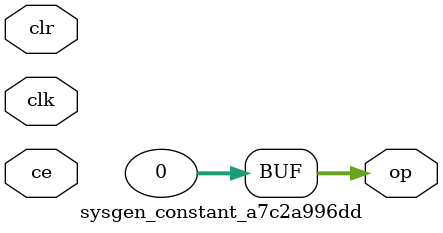
<source format=v>
module sysgen_constant_a7c2a996dd (
  output [(32 - 1):0] op,
  input clk,
  input ce,
  input clr);
  assign op = 32'b00000000000000000000000000000000;
endmodule
</source>
